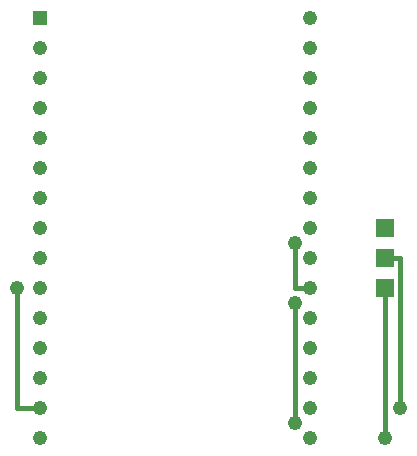
<source format=gbr>
G04 EasyPC Gerber Version 21.0.3 Build 4286 *
G04 #@! TF.Part,Single*
G04 #@! TF.FileFunction,Copper,L2,Bot *
G04 #@! TF.FilePolarity,Positive *
%FSLAX35Y35*%
%MOIN*%
G04 #@! TA.AperFunction,ComponentPad*
%ADD29R,0.04862X0.04862*%
%ADD27R,0.06000X0.06000*%
G04 #@! TD.AperFunction*
%ADD16C,0.01500*%
G04 #@! TA.AperFunction,ViaPad*
%ADD21C,0.04800*%
G04 #@! TA.AperFunction,ComponentPad*
%ADD72C,0.04862*%
X0Y0D02*
D02*
D16*
X72750Y110250D02*
Y70250D01*
X80250*
X165250Y105250D02*
Y65250D01*
Y125250D02*
Y110250D01*
X170250*
X195250Y60250D02*
Y110250D01*
X200250Y70250D02*
Y120250D01*
X195250*
D02*
D21*
X72750Y110250D03*
X165250Y65250D03*
Y105250D03*
Y125250D03*
X195250Y60250D03*
X200250Y70250D03*
D02*
D27*
X195250Y110250D03*
Y120250D03*
Y130250D03*
D02*
D29*
X80250Y200250D03*
D02*
D72*
Y60250D03*
Y70250D03*
Y80250D03*
Y90250D03*
Y100250D03*
Y110250D03*
Y120250D03*
Y130250D03*
Y140250D03*
Y150250D03*
Y160250D03*
Y170250D03*
Y180250D03*
Y190250D03*
X170250Y60250D03*
Y70250D03*
Y80250D03*
Y90250D03*
Y100250D03*
Y110250D03*
Y120250D03*
Y130250D03*
Y140250D03*
Y150250D03*
Y160250D03*
Y170250D03*
Y180250D03*
Y190250D03*
Y200250D03*
X0Y0D02*
M02*

</source>
